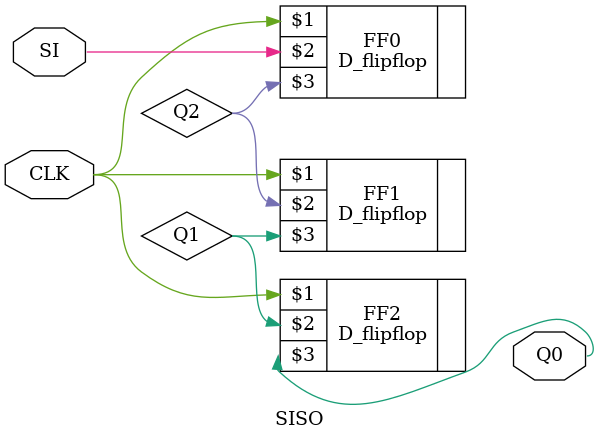
<source format=sv>

module SISO(CLK, SI, Q0);
    input CLK, SI;
    output Q0;
    wire Q2, Q1;

    D_flipflop FF0 (CLK, SI, Q2);
    D_flipflop FF1 (CLK, Q2, Q1);
    D_flipflop FF2 (CLK, Q1, Q0);
endmodule

</source>
